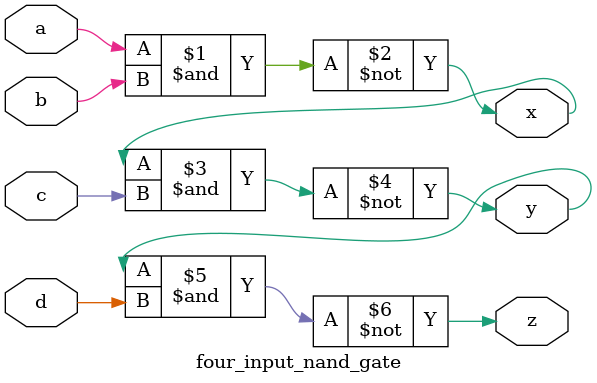
<source format=v>
`timescale 1ns / 1ps

module four_input_nand_gate(
    input a,b,c,d,
    output x,y,z
    );
    assign x=~(a&b);
    assign y=~(x&c);
    assign z=~(y&d);
endmodule

</source>
